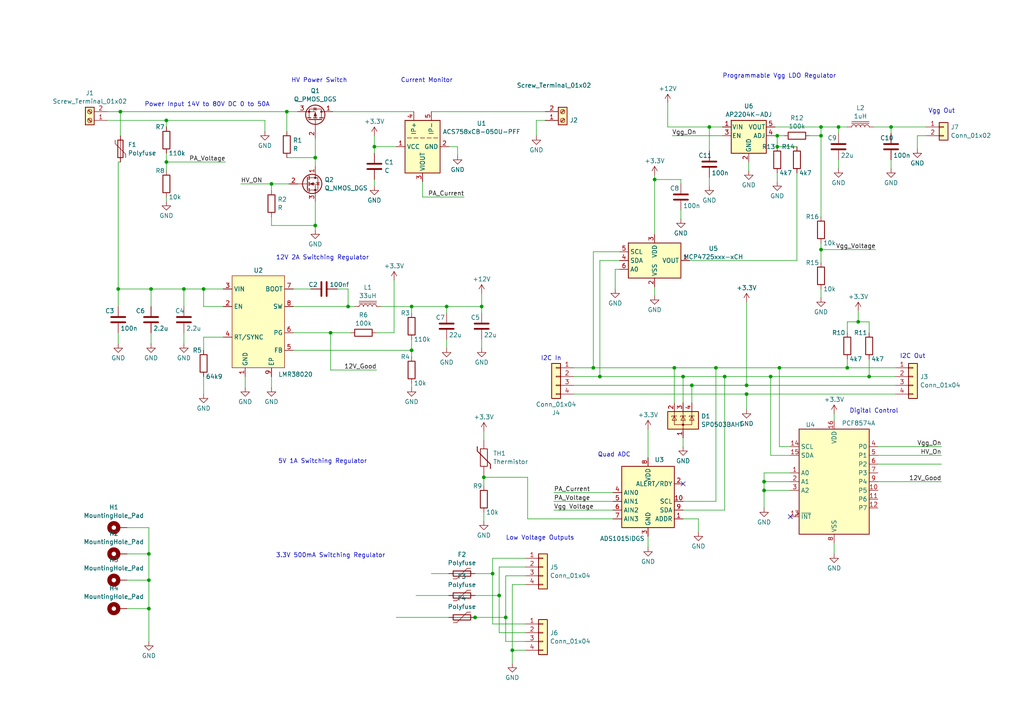
<source format=kicad_sch>
(kicad_sch (version 20231120) (generator "eeschema") (generator_version "8.0")
  (paper "A4")
  (lib_symbols
    (symbol "Analog_ADC:ADS1015IDGS"
      (property "Reference" "U" (at 2.54 13.97 0))
      (property "Value" "ADS1015IDGS" (at 7.62 11.43 0))
      (symbol "ADS1015IDGS_0_1"
        (rectangle (start -7.62 10.16) (end 7.62 -7.62) (stroke (width 0.254)) (fill (type background)))
      )
      (symbol "ADS1015IDGS_1_1"
        (pin input line (at 10.16 -5.08 180) (length 2.54) (name "ADDR") (number "1"))
        (pin input line (at 10.16 0 180) (length 2.54) (name "SCL") (number "10"))
        (pin output line (at 10.16 5.08 180) (length 2.54) (name "ALERT/RDY") (number "2"))
        (pin power_in line (at 0 -10.16 90) (length 2.54) (name "GND") (number "3"))
        (pin input line (at -10.16 2.54 0) (length 2.54) (name "AIN0") (number "4"))
        (pin input line (at -10.16 0 0) (length 2.54) (name "AIN1") (number "5"))
        (pin input line (at -10.16 -2.54 0) (length 2.54) (name "AIN2") (number "6"))
        (pin input line (at -10.16 -5.08 0) (length 2.54) (name "AIN3") (number "7"))
        (pin power_in line (at 0 12.7 270) (length 2.54) (name "VDD") (number "8"))
        (pin bidirectional line (at 10.16 -2.54 180) (length 2.54) (name "SDA") (number "9"))
      )
    )
    (symbol "Analog_DAC:MCP4725xxx-xCH"
      (property "Reference" "U" (at -6.35 6.35 0))
      (property "Value" "MCP4725xxx-xCH" (at 8.89 6.35 0))
      (symbol "MCP4725xxx-xCH_0_1"
        (rectangle (start -7.62 5.08) (end 7.62 -5.08) (stroke (width 0.254)) (fill (type background)))
      )
      (symbol "MCP4725xxx-xCH_1_1"
        (pin output line (at 10.16 0 180) (length 2.54) (name "VOUT") (number "1"))
        (pin power_in line (at 0 -7.62 90) (length 2.54) (name "VSS") (number "2"))
        (pin power_in line (at 0 7.62 270) (length 2.54) (name "VDD") (number "3"))
        (pin bidirectional line (at -10.16 0 0) (length 2.54) (name "SDA") (number "4"))
        (pin input line (at -10.16 2.54 0) (length 2.54) (name "SCL") (number "5"))
        (pin input line (at -10.16 -2.54 0) (length 2.54) (name "A0") (number "6"))
      )
    )
    (symbol "Connector:Screw_Terminal_01x02" (pin_names (offset 1.016) hide)
      (property "Reference" "J" (at 0 2.54 0))
      (property "Value" "Screw_Terminal_01x02" (at 0 -5.08 0))
      (symbol "Screw_Terminal_01x02_1_1"
        (rectangle (start -1.27 1.27) (end 1.27 -3.81) (stroke (width 0.254)) (fill (type background)))
        (circle (center 0 -2.54) (radius 0.635) (stroke (width 0.1524)))
        (polyline (pts (xy -0.5334 -2.2098) (xy 0.3302 -3.048)) (stroke (width 0.1524)))
        (polyline (pts (xy -0.5334 0.3302) (xy 0.3302 -0.508)) (stroke (width 0.1524)))
        (polyline (pts (xy -0.3556 -2.032) (xy 0.508 -2.8702)) (stroke (width 0.1524)))
        (polyline (pts (xy -0.3556 0.508) (xy 0.508 -0.3302)) (stroke (width 0.1524)))
        (circle (center 0 0) (radius 0.635) (stroke (width 0.1524)))
        (pin passive line (at -5.08 0 0) (length 3.81) (name "Pin_1") (number "1"))
        (pin passive line (at -5.08 -2.54 0) (length 3.81) (name "Pin_2") (number "2"))
      )
    )
    (symbol "Connector_Generic:Conn_01x02" (pin_names (offset 1.016) hide)
      (property "Reference" "J" (at 0 2.54 0))
      (property "Value" "Conn_01x02" (at 0 -5.08 0))
      (symbol "Conn_01x02_1_1"
        (rectangle (start -1.27 -2.413) (end 0 -2.667) (stroke (width 0.1524)))
        (rectangle (start -1.27 0.127) (end 0 -0.127) (stroke (width 0.1524)))
        (rectangle (start -1.27 1.27) (end 1.27 -3.81) (stroke (width 0.254)) (fill (type background)))
        (pin passive line (at -5.08 0 0) (length 3.81) (name "Pin_1") (number "1"))
        (pin passive line (at -5.08 -2.54 0) (length 3.81) (name "Pin_2") (number "2"))
      )
    )
    (symbol "Connector_Generic:Conn_01x04" (pin_names (offset 1.016) hide)
      (property "Reference" "J" (at 0 5.08 0))
      (property "Value" "Conn_01x04" (at 0 -7.62 0))
      (symbol "Conn_01x04_1_1"
        (rectangle (start -1.27 -4.953) (end 0 -5.207) (stroke (width 0.1524)))
        (rectangle (start -1.27 -2.413) (end 0 -2.667) (stroke (width 0.1524)))
        (rectangle (start -1.27 0.127) (end 0 -0.127) (stroke (width 0.1524)))
        (rectangle (start -1.27 2.667) (end 0 2.413) (stroke (width 0.1524)))
        (rectangle (start -1.27 3.81) (end 1.27 -6.35) (stroke (width 0.254)) (fill (type background)))
        (pin passive line (at -5.08 2.54 0) (length 3.81) (name "Pin_1") (number "1"))
        (pin passive line (at -5.08 0 0) (length 3.81) (name "Pin_2") (number "2"))
        (pin passive line (at -5.08 -2.54 0) (length 3.81) (name "Pin_3") (number "3"))
        (pin passive line (at -5.08 -5.08 0) (length 3.81) (name "Pin_4") (number "4"))
      )
    )
    (symbol "Device:C" (pin_numbers hide) (pin_names (offset 0.254))
      (property "Reference" "C" (at 0.635 2.54 0))
      (property "Value" "C" (at 0.635 -2.54 0))
      (symbol "C_0_1"
        (polyline (pts (xy -2.032 -0.762) (xy 2.032 -0.762)) (stroke (width 0.508)))
        (polyline (pts (xy -2.032 0.762) (xy 2.032 0.762)) (stroke (width 0.508)))
      )
      (symbol "C_1_1"
        (pin passive line (at 0 3.81 270) (length 2.794) (name "~") (number "1"))
        (pin passive line (at 0 -3.81 90) (length 2.794) (name "~") (number "2"))
      )
    )
    (symbol "Device:L_Iron" (pin_numbers hide) (pin_names (offset 1.016) hide)
      (property "Reference" "L" (at -1.27 0 90))
      (property "Value" "L_Iron" (at 2.794 0 90))
      (symbol "L_Iron_0_1"
        (arc (start 0 -2.54) (mid 0.6323 -1.905) (end 0 -1.27))
        (arc (start 0 -1.27) (mid 0.6323 -0.635) (end 0 0))
        (polyline (pts (xy 1.016 2.54) (xy 1.016 -2.54)))
        (polyline (pts (xy 1.524 -2.54) (xy 1.524 2.54)))
        (arc (start 0 0) (mid 0.6323 0.635) (end 0 1.27))
        (arc (start 0 1.27) (mid 0.6323 1.905) (end 0 2.54))
      )
      (symbol "L_Iron_1_1"
        (pin passive line (at 0 3.81 270) (length 1.27) (name "1") (number "1"))
        (pin passive line (at 0 -3.81 90) (length 1.27) (name "2") (number "2"))
      )
    )
    (symbol "Device:Polyfuse" (pin_numbers hide) (pin_names (offset 0))
      (property "Reference" "F" (at -2.54 0 90))
      (property "Value" "Polyfuse" (at 2.54 0 90))
      (symbol "Polyfuse_0_1"
        (rectangle (start -0.762 2.54) (end 0.762 -2.54) (stroke (width 0.254)))
        (polyline (pts (xy 0 2.54) (xy 0 -2.54)))
        (polyline (pts (xy -1.524 2.54) (xy -1.524 1.524) (xy 1.524 -1.524) (xy 1.524 -2.54)))
      )
      (symbol "Polyfuse_1_1"
        (pin passive line (at 0 3.81 270) (length 1.27) (name "~") (number "1"))
        (pin passive line (at 0 -3.81 90) (length 1.27) (name "~") (number "2"))
      )
    )
    (symbol "Device:Q_NMOS_DGS" (pin_names (offset 0) hide)
      (property "Reference" "Q" (at 5.08 1.27 0))
      (property "Value" "Q_NMOS_DGS" (at 5.08 -1.27 0))
      (symbol "Q_NMOS_DGS_0_1"
        (polyline (pts (xy 0.254 0) (xy -2.54 0)))
        (polyline (pts (xy 0.254 1.905) (xy 0.254 -1.905)) (stroke (width 0.254)))
        (polyline (pts (xy 0.762 -1.27) (xy 0.762 -2.286)) (stroke (width 0.254)))
        (polyline (pts (xy 0.762 0.508) (xy 0.762 -0.508)) (stroke (width 0.254)))
        (polyline (pts (xy 0.762 2.286) (xy 0.762 1.27)) (stroke (width 0.254)))
        (polyline (pts (xy 2.54 2.54) (xy 2.54 1.778)))
        (polyline (pts (xy 2.54 -2.54) (xy 2.54 0) (xy 0.762 0)))
        (polyline (pts (xy 0.762 -1.778) (xy 3.302 -1.778) (xy 3.302 1.778) (xy 0.762 1.778)))
        (polyline (pts (xy 1.016 0) (xy 2.032 0.381) (xy 2.032 -0.381) (xy 1.016 0)) (fill (type outline)))
        (polyline (pts (xy 2.794 0.508) (xy 2.921 0.381) (xy 3.683 0.381) (xy 3.81 0.254)))
        (polyline (pts (xy 3.302 0.381) (xy 2.921 -0.254) (xy 3.683 -0.254) (xy 3.302 0.381)))
        (circle (center 1.651 0) (radius 2.794) (stroke (width 0.254)))
        (circle (center 2.54 -1.778) (radius 0.254) (fill (type outline)))
        (circle (center 2.54 1.778) (radius 0.254) (fill (type outline)))
      )
      (symbol "Q_NMOS_DGS_1_1"
        (pin passive line (at 2.54 5.08 270) (length 2.54) (name "D") (number "1"))
        (pin input line (at -5.08 0 0) (length 2.54) (name "G") (number "2"))
        (pin passive line (at 2.54 -5.08 90) (length 2.54) (name "S") (number "3"))
      )
    )
    (symbol "Device:Q_PMOS_DGS" (pin_names (offset 0) hide)
      (property "Reference" "Q" (at 5.08 1.27 0))
      (property "Value" "Q_PMOS_DGS" (at 5.08 -1.27 0))
      (symbol "Q_PMOS_DGS_0_1"
        (polyline (pts (xy 0.254 0) (xy -2.54 0)))
        (polyline (pts (xy 0.254 1.905) (xy 0.254 -1.905)) (stroke (width 0.254)))
        (polyline (pts (xy 0.762 -1.27) (xy 0.762 -2.286)) (stroke (width 0.254)))
        (polyline (pts (xy 0.762 0.508) (xy 0.762 -0.508)) (stroke (width 0.254)))
        (polyline (pts (xy 0.762 2.286) (xy 0.762 1.27)) (stroke (width 0.254)))
        (polyline (pts (xy 2.54 2.54) (xy 2.54 1.778)))
        (polyline (pts (xy 2.54 -2.54) (xy 2.54 0) (xy 0.762 0)))
        (polyline (pts (xy 0.762 1.778) (xy 3.302 1.778) (xy 3.302 -1.778) (xy 0.762 -1.778)))
        (polyline (pts (xy 2.286 0) (xy 1.27 0.381) (xy 1.27 -0.381) (xy 2.286 0)) (fill (type outline)))
        (polyline (pts (xy 2.794 -0.508) (xy 2.921 -0.381) (xy 3.683 -0.381) (xy 3.81 -0.254)))
        (polyline (pts (xy 3.302 -0.381) (xy 2.921 0.254) (xy 3.683 0.254) (xy 3.302 -0.381)))
        (circle (center 1.651 0) (radius 2.794) (stroke (width 0.254)))
        (circle (center 2.54 -1.778) (radius 0.254) (fill (type outline)))
        (circle (center 2.54 1.778) (radius 0.254) (fill (type outline)))
      )
      (symbol "Q_PMOS_DGS_1_1"
        (pin passive line (at 2.54 5.08 270) (length 2.54) (name "D") (number "1"))
        (pin input line (at -5.08 0 0) (length 2.54) (name "G") (number "2"))
        (pin passive line (at 2.54 -5.08 90) (length 2.54) (name "S") (number "3"))
      )
    )
    (symbol "Device:R" (pin_numbers hide) (pin_names (offset 0))
      (property "Reference" "R" (at 2.032 0 90))
      (property "Value" "R" (at 0 0 90))
      (symbol "R_0_1"
        (rectangle (start -1.016 -2.54) (end 1.016 2.54) (stroke (width 0.254)))
      )
      (symbol "R_1_1"
        (pin passive line (at 0 3.81 270) (length 1.27) (name "~") (number "1"))
        (pin passive line (at 0 -3.81 90) (length 1.27) (name "~") (number "2"))
      )
    )
    (symbol "Device:Thermistor" (pin_numbers hide) (pin_names (offset 0))
      (property "Reference" "TH" (at 2.54 1.27 90))
      (property "Value" "Thermistor" (at -2.54 0 90))
      (symbol "Thermistor_0_1"
        (rectangle (start -1.016 2.54) (end 1.016 -2.54) (stroke (width 0.2032)))
        (polyline (pts (xy -1.905 3.175) (xy -1.905 1.905) (xy 1.905 -1.905) (xy 1.905 -3.175) (xy 1.905 -3.175)) (stroke (width 0.254)))
      )
      (symbol "Thermistor_1_1"
        (pin passive line (at 0 5.08 270) (length 2.54) (name "~") (number "1"))
        (pin passive line (at 0 -5.08 90) (length 2.54) (name "~") (number "2"))
      )
    )
    (symbol "Interface_Expansion:PCF8574A"
      (property "Reference" "U" (at -8.89 16.51 0))
      (property "Value" "PCF8574A" (at 2.54 16.51 0))
      (symbol "PCF8574A_0_1"
        (rectangle (start -10.16 15.24) (end 10.16 -15.24) (stroke (width 0.254)) (fill (type background)))
      )
      (symbol "PCF8574A_1_1"
        (pin input line (at -12.7 2.54 0) (length 2.54) (name "A0") (number "1"))
        (pin bidirectional line (at 12.7 -2.54 180) (length 2.54) (name "P5") (number "10"))
        (pin bidirectional line (at 12.7 -5.08 180) (length 2.54) (name "P6") (number "11"))
        (pin bidirectional line (at 12.7 -7.62 180) (length 2.54) (name "P7") (number "12"))
        (pin open_collector output_low (at -12.7 -10.16 0) (length 2.54) (name "~{INT}") (number "13"))
        (pin input line (at -12.7 10.16 0) (length 2.54) (name "SCL") (number "14"))
        (pin bidirectional line (at -12.7 7.62 0) (length 2.54) (name "SDA") (number "15"))
        (pin power_in line (at 0 17.78 270) (length 2.54) (name "VDD") (number "16"))
        (pin input line (at -12.7 0 0) (length 2.54) (name "A1") (number "2"))
        (pin input line (at -12.7 -2.54 0) (length 2.54) (name "A2") (number "3"))
        (pin bidirectional line (at 12.7 10.16 180) (length 2.54) (name "P0") (number "4"))
        (pin bidirectional line (at 12.7 7.62 180) (length 2.54) (name "P1") (number "5"))
        (pin bidirectional line (at 12.7 5.08 180) (length 2.54) (name "P2") (number "6"))
        (pin bidirectional line (at 12.7 2.54 180) (length 2.54) (name "P3") (number "7"))
        (pin power_in line (at 0 -17.78 90) (length 2.54) (name "VSS") (number "8"))
        (pin bidirectional line (at 12.7 0 180) (length 2.54) (name "P4") (number "9"))
      )
    )
    (symbol "Mechanical:MountingHole_Pad" (pin_numbers hide) (pin_names (offset 1.016) hide)
      (property "Reference" "H" (at 0 6.35 0))
      (property "Value" "MountingHole_Pad" (at 0 4.445 0))
      (symbol "MountingHole_Pad_0_1"
        (circle (center 0 1.27) (radius 1.27) (stroke (width 1.27)))
      )
      (symbol "MountingHole_Pad_1_1"
        (pin input line (at 0 -2.54 90) (length 2.54) (name "1") (number "1"))
      )
    )
    (symbol "PA_Control:LMR38020"
      (property "Reference" "U" (at -6.35 15.24 0))
      (symbol "LMR38020_1_1"
        (rectangle (start -7.62 13.97) (end 7.62 -12.7) (fill (type background)))
        (pin power_in line (at -3.81 -15.24 90) (length 2.54) (name "GND") (number "1"))
        (pin input line (at -10.16 5.08 0) (length 2.54) (name "EN") (number "2"))
        (pin power_in line (at -10.16 10.16 0) (length 2.54) (name "VIN") (number "3"))
        (pin input line (at -10.16 -3.81 0) (length 2.54) (name "RT/SYNC") (number "4"))
        (pin input line (at 10.16 -7.62 180) (length 2.54) (name "FB") (number "5"))
        (pin output line (at 10.16 -2.54 180) (length 2.54) (name "PG") (number "6"))
        (pin passive line (at 10.16 10.16 180) (length 2.54) (name "BOOT") (number "7"))
        (pin output line (at 10.16 5.08 180) (length 2.54) (name "SW") (number "8"))
        (pin power_in line (at 3.81 -15.24 90) (length 2.54) (name "EP") (number "9"))
      )
    )
    (symbol "Power_Protection:SP0503BAHT" (pin_names hide)
      (property "Reference" "D" (at 5.715 2.54 0))
      (property "Value" "SP0503BAHT" (at 5.715 0.635 0))
      (symbol "SP0503BAHT_0_0"
        (pin passive line (at 0 -5.08 90) (length 2.54) (name "A") (number "1"))
      )
      (symbol "SP0503BAHT_0_1"
        (rectangle (start -4.445 2.54) (end 4.445 -2.54) (stroke (width 0.254)) (fill (type background)))
        (circle (center 0 -1.27) (radius 0.254) (fill (type outline)))
        (polyline (pts (xy -2.54 2.54) (xy -2.54 1.27)))
        (polyline (pts (xy 0 -1.27) (xy 0 -2.54)))
        (polyline (pts (xy 0 -1.27) (xy 0 1.27)))
        (polyline (pts (xy 0 2.54) (xy 0 1.27)))
        (polyline (pts (xy 0.635 1.27) (xy 0.762 1.27)))
        (polyline (pts (xy 2.54 2.54) (xy 2.54 1.27)))
        (polyline (pts (xy 0.635 1.27) (xy -0.762 1.27) (xy -0.762 1.016)))
        (polyline (pts (xy -3.302 1.016) (xy -3.302 1.27) (xy -1.905 1.27) (xy -1.778 1.27)))
        (polyline (pts (xy -2.54 1.27) (xy -2.54 -1.27) (xy 2.54 -1.27) (xy 2.54 1.27)))
        (polyline (pts (xy -2.54 1.27) (xy -1.905 0) (xy -3.175 0) (xy -2.54 1.27)))
        (polyline (pts (xy 0.635 0) (xy -0.635 0) (xy 0 1.27) (xy 0.635 0)))
        (polyline (pts (xy 1.778 1.016) (xy 1.778 1.27) (xy 3.175 1.27) (xy 3.302 1.27)))
        (polyline (pts (xy 2.54 1.27) (xy 1.905 0) (xy 3.175 0) (xy 2.54 1.27)))
      )
      (symbol "SP0503BAHT_1_1"
        (pin passive line (at -2.54 5.08 270) (length 2.54) (name "K") (number "2"))
        (pin passive line (at 0 5.08 270) (length 2.54) (name "K") (number "3"))
        (pin passive line (at 2.54 5.08 270) (length 2.54) (name "K") (number "4"))
      )
    )
    (symbol "Regulator_Linear:AP2204K-ADJ" (pin_names (offset 0.254))
      (property "Reference" "U" (at -5.08 5.715 0))
      (property "Value" "AP2204K-ADJ" (at 0 5.715 0))
      (symbol "AP2204K-ADJ_0_1"
        (rectangle (start -5.08 4.445) (end 5.08 -5.08) (stroke (width 0.254)) (fill (type background)))
      )
      (symbol "AP2204K-ADJ_1_1"
        (pin power_in line (at -7.62 2.54 0) (length 2.54) (name "VIN") (number "1"))
        (pin power_in line (at 0 -7.62 90) (length 2.54) (name "GND") (number "2"))
        (pin input line (at -7.62 0 0) (length 2.54) (name "EN") (number "3"))
        (pin input line (at 7.62 0 180) (length 2.54) (name "ADJ") (number "4"))
        (pin power_out line (at 7.62 2.54 180) (length 2.54) (name "VOUT") (number "5"))
      )
    )
    (symbol "Sensor_Current:ACS758xCB-050U-PFF"
      (property "Reference" "U" (at -7.62 6.35 0))
      (property "Value" "ACS758xCB-050U-PFF" (at 2.54 6.35 0))
      (symbol "ACS758xCB-050U-PFF_0_1"
        (rectangle (start -7.62 5.08) (end 7.62 -5.08) (stroke (width 0.254)) (fill (type background)))
        (polyline (pts (xy -2.54 -3.175) (xy -2.54 -4.445)))
        (polyline (pts (xy -2.54 -1.27) (xy -2.54 -2.54)))
        (polyline (pts (xy -2.54 0.635) (xy -2.54 -0.635)))
        (polyline (pts (xy -2.54 1.27) (xy -2.54 2.54)))
        (polyline (pts (xy -2.54 3.175) (xy -2.54 4.445)))
      )
      (symbol "ACS758xCB-050U-PFF_1_1"
        (pin power_in line (at 0 7.62 270) (length 2.54) (name "VCC") (number "1"))
        (pin power_in line (at 0 -7.62 90) (length 2.54) (name "GND") (number "2"))
        (pin output line (at 10.16 0 180) (length 2.54) (name "VIOUT") (number "3"))
        (pin passive line (at -10.16 2.54 0) (length 2.54) (name "IP+") (number "4"))
        (pin passive line (at -10.16 -2.54 0) (length 2.54) (name "IP-") (number "5"))
      )
    )
    (symbol "power:+12V" (power) (pin_names (offset 0))
      (property "Value" "+12V" (at 0 3.556 0))
      (symbol "+12V_0_1"
        (polyline (pts (xy -0.762 1.27) (xy 0 2.54)))
        (polyline (pts (xy 0 0) (xy 0 2.54)))
        (polyline (pts (xy 0 2.54) (xy 0.762 1.27)))
      )
      (symbol "+12V_1_1"
        (pin power_in line (at 0 0 90) (length 0) hide (name "+12V") (number "1"))
      )
    )
    (symbol "power:+3.3V" (power) (pin_names (offset 0))
      (property "Value" "+3.3V" (at 0 3.556 0))
      (symbol "+3.3V_0_1"
        (polyline (pts (xy -0.762 1.27) (xy 0 2.54)))
        (polyline (pts (xy 0 0) (xy 0 2.54)))
        (polyline (pts (xy 0 2.54) (xy 0.762 1.27)))
      )
      (symbol "+3.3V_1_1"
        (pin power_in line (at 0 0 90) (length 0) hide (name "+3.3V") (number "1"))
      )
    )
    (symbol "power:GND" (power) (pin_names (offset 0))
      (property "Value" "GND" (at 0 -3.81 0))
      (symbol "GND_0_1"
        (polyline (pts (xy 0 0) (xy 0 -1.27) (xy 1.27 -1.27) (xy 0 -2.54) (xy -1.27 -1.27) (xy 0 -1.27)))
      )
      (symbol "GND_1_1"
        (pin power_in line (at 0 0 270) (length 0) hide (name "GND") (number "1"))
      )
    )
  )
  (junction (at 173.99 109.22))
  (junction (at 216.535 111.76))
  (junction (at 238.125 36.83))
  (junction (at 43.815 83.82))
  (junction (at 43.18 160.655))
  (junction (at 48.26 34.925))
  (junction (at 221.615 142.24))
  (junction (at 198.12 109.22))
  (junction (at 258.445 36.83))
  (junction (at 48.26 46.99))
  (junction (at 245.745 106.68))
  (junction (at 91.44 45.72))
  (junction (at 34.925 32.385))
  (junction (at 43.18 168.275))
  (junction (at 216.535 114.3))
  (junction (at 148.59 188.595))
  (junction (at 223.52 109.22))
  (junction (at 172.085 106.68))
  (junction (at 252.095 109.22))
  (junction (at 137.795 179.07))
  (junction (at 238.125 72.39))
  (junction (at 226.06 106.68))
  (junction (at 210.185 109.22))
  (junction (at 78.74 53.34))
  (junction (at 100.965 88.9))
  (junction (at 34.29 83.82))
  (junction (at 91.44 65.405))
  (junction (at 53.34 83.82))
  (junction (at 129.54 88.9))
  (junction (at 119.38 101.6))
  (junction (at 140.335 138.43))
  (junction (at 243.205 36.83))
  (junction (at 225.425 42.545))
  (junction (at 119.38 88.9))
  (junction (at 146.685 179.07))
  (junction (at 221.615 139.7))
  (junction (at 200.66 111.76))
  (junction (at 139.7 88.9))
  (junction (at 144.78 172.72))
  (junction (at 238.125 39.37))
  (junction (at 207.645 106.68))
  (junction (at 195.58 106.68))
  (junction (at 205.74 36.83))
  (junction (at 142.875 166.37))
  (junction (at 59.055 83.82))
  (junction (at 225.425 39.37))
  (junction (at 43.18 176.53))
  (junction (at 83.185 32.385))
  (junction (at 95.885 96.52))
  (junction (at 189.865 52.07))
  (junction (at 108.585 42.545))
  (junction (at 248.92 93.345))
  (no_connect (at 229.235 149.86))
  (no_connect (at 198.12 140.335))
  (wire (pts (xy 83.185 32.385) (xy 83.185 38.1)))
  (wire (pts (xy 108.585 39.37) (xy 108.585 42.545)))
  (wire (pts (xy 243.205 36.83) (xy 245.745 36.83)))
  (wire (pts (xy 36.83 153.035) (xy 43.18 153.035)))
  (wire (pts (xy 189.865 52.07) (xy 189.865 67.945)))
  (wire (pts (xy 195.58 106.68) (xy 207.645 106.68)))
  (wire (pts (xy 53.34 83.82) (xy 43.815 83.82)))
  (wire (pts (xy 207.645 145.415) (xy 207.645 106.68)))
  (wire (pts (xy 130.175 166.37) (xy 125.095 166.37)))
  (wire (pts (xy 76.835 34.925) (xy 76.835 38.1)))
  (wire (pts (xy 48.26 34.925) (xy 76.835 34.925)))
  (wire (pts (xy 108.585 42.545) (xy 108.585 44.45)))
  (wire (pts (xy 179.705 75.565) (xy 173.99 75.565)))
  (wire (pts (xy 130.175 42.545) (xy 132.715 42.545)))
  (wire (pts (xy 129.54 88.9) (xy 129.54 90.805)))
  (wire (pts (xy 108.585 52.07) (xy 108.585 53.975)))
  (wire (pts (xy 173.99 75.565) (xy 173.99 109.22)))
  (wire (pts (xy 139.7 98.425) (xy 139.7 100.965)))
  (wire (pts (xy 137.795 172.72) (xy 144.78 172.72)))
  (wire (pts (xy 166.37 109.22) (xy 173.99 109.22)))
  (wire (pts (xy 258.445 36.83) (xy 258.445 38.735)))
  (wire (pts (xy 148.59 188.595) (xy 148.59 192.405)))
  (wire (pts (xy 200.66 111.76) (xy 200.66 116.84)))
  (wire (pts (xy 140.335 125.095) (xy 140.335 127.635)))
  (wire (pts (xy 258.445 36.83) (xy 268.605 36.83)))
  (wire (pts (xy 83.185 45.72) (xy 91.44 45.72)))
  (wire (pts (xy 78.74 53.34) (xy 78.74 55.245)))
  (wire (pts (xy 248.92 93.345) (xy 252.095 93.345)))
  (wire (pts (xy 248.92 90.17) (xy 248.92 93.345)))
  (wire (pts (xy 209.55 36.83) (xy 205.74 36.83)))
  (wire (pts (xy 43.18 160.655) (xy 43.18 168.275)))
  (wire (pts (xy 172.085 106.68) (xy 195.58 106.68)))
  (wire (pts (xy 85.09 88.9) (xy 100.965 88.9)))
  (wire (pts (xy 140.335 148.59) (xy 140.335 151.13)))
  (wire (pts (xy 78.74 65.405) (xy 91.44 65.405)))
  (wire (pts (xy 266.065 39.37) (xy 266.065 43.18)))
  (wire (pts (xy 178.435 78.105) (xy 178.435 83.82)))
  (wire (pts (xy 198.12 150.495) (xy 202.565 150.495)))
  (wire (pts (xy 137.795 179.07) (xy 146.685 179.07)))
  (wire (pts (xy 216.535 111.76) (xy 259.715 111.76)))
  (wire (pts (xy 34.29 46.99) (xy 34.29 83.82)))
  (wire (pts (xy 59.055 83.82) (xy 59.055 88.9)))
  (wire (pts (xy 229.235 139.7) (xy 221.615 139.7)))
  (wire (pts (xy 197.485 52.07) (xy 189.865 52.07)))
  (wire (pts (xy 146.685 167.005) (xy 152.4 167.005)))
  (wire (pts (xy 193.675 29.845) (xy 193.675 36.83)))
  (wire (pts (xy 200.66 111.76) (xy 216.535 111.76)))
  (wire (pts (xy 69.85 53.34) (xy 78.74 53.34)))
  (wire (pts (xy 114.3 81.28) (xy 114.3 96.52)))
  (wire (pts (xy 231.14 50.165) (xy 231.14 75.565)))
  (wire (pts (xy 146.685 186.055) (xy 146.685 179.07)))
  (wire (pts (xy 226.06 129.54) (xy 226.06 106.68)))
  (wire (pts (xy 153.035 150.495) (xy 177.8 150.495)))
  (wire (pts (xy 100.965 88.9) (xy 102.87 88.9)))
  (wire (pts (xy 119.38 88.9) (xy 119.38 90.805)))
  (wire (pts (xy 225.425 39.37) (xy 225.425 42.545)))
  (wire (pts (xy 122.555 52.705) (xy 122.555 57.15)))
  (wire (pts (xy 216.535 87.63) (xy 216.535 111.76)))
  (wire (pts (xy 91.44 40.005) (xy 91.44 45.72)))
  (wire (pts (xy 252.095 109.22) (xy 259.715 109.22)))
  (wire (pts (xy 139.7 88.9) (xy 139.7 90.805)))
  (wire (pts (xy 225.425 42.545) (xy 231.14 42.545)))
  (wire (pts (xy 140.335 138.43) (xy 140.335 140.97)))
  (wire (pts (xy 43.18 176.53) (xy 43.18 186.055)))
  (wire (pts (xy 238.125 39.37) (xy 238.125 36.83)))
  (wire (pts (xy 166.37 106.68) (xy 172.085 106.68)))
  (wire (pts (xy 253.365 36.83) (xy 258.445 36.83)))
  (wire (pts (xy 238.125 72.39) (xy 238.125 76.2)))
  (wire (pts (xy 144.78 172.72) (xy 144.78 164.465)))
  (wire (pts (xy 245.745 93.345) (xy 245.745 96.52)))
  (wire (pts (xy 59.055 109.22) (xy 59.055 114.3)))
  (wire (pts (xy 224.79 36.83) (xy 238.125 36.83)))
  (wire (pts (xy 166.37 111.76) (xy 200.66 111.76)))
  (wire (pts (xy 217.17 46.99) (xy 217.17 49.53)))
  (wire (pts (xy 198.12 127) (xy 198.12 129.54)))
  (wire (pts (xy 234.95 39.37) (xy 238.125 39.37)))
  (wire (pts (xy 132.715 42.545) (xy 132.715 45.085)))
  (wire (pts (xy 152.4 183.515) (xy 144.78 183.515)))
  (wire (pts (xy 59.055 83.82) (xy 53.34 83.82)))
  (wire (pts (xy 241.935 157.48) (xy 241.935 160.655)))
  (wire (pts (xy 43.18 153.035) (xy 43.18 160.655)))
  (wire (pts (xy 31.115 34.925) (xy 48.26 34.925)))
  (wire (pts (xy 125.095 32.385) (xy 158.115 32.385)))
  (wire (pts (xy 95.885 107.315) (xy 95.885 96.52)))
  (wire (pts (xy 224.79 39.37) (xy 225.425 39.37)))
  (wire (pts (xy 53.34 96.52) (xy 53.34 99.695)))
  (wire (pts (xy 95.885 96.52) (xy 85.09 96.52)))
  (wire (pts (xy 59.055 97.79) (xy 59.055 101.6)))
  (wire (pts (xy 231.14 75.565) (xy 200.025 75.565)))
  (wire (pts (xy 34.29 96.52) (xy 34.29 99.695)))
  (wire (pts (xy 221.615 137.16) (xy 221.615 139.7)))
  (wire (pts (xy 229.235 129.54) (xy 226.06 129.54)))
  (wire (pts (xy 254.635 139.7) (xy 273.05 139.7)))
  (wire (pts (xy 243.205 36.83) (xy 243.205 38.735)))
  (wire (pts (xy 172.085 73.025) (xy 172.085 106.68)))
  (wire (pts (xy 189.865 83.185) (xy 189.865 85.725)))
  (wire (pts (xy 158.115 34.925) (xy 155.575 34.925)))
  (wire (pts (xy 85.09 101.6) (xy 119.38 101.6)))
  (wire (pts (xy 221.615 142.24) (xy 221.615 147.32)))
  (wire (pts (xy 198.12 109.22) (xy 198.12 116.84)))
  (wire (pts (xy 197.485 53.34) (xy 197.485 52.07)))
  (wire (pts (xy 139.7 85.09) (xy 139.7 88.9)))
  (wire (pts (xy 36.83 168.275) (xy 43.18 168.275)))
  (wire (pts (xy 34.925 32.385) (xy 83.185 32.385)))
  (wire (pts (xy 198.12 145.415) (xy 207.645 145.415)))
  (wire (pts (xy 166.37 114.3) (xy 216.535 114.3)))
  (wire (pts (xy 245.745 93.345) (xy 248.92 93.345)))
  (wire (pts (xy 85.09 83.82) (xy 90.17 83.82)))
  (wire (pts (xy 254.635 134.62) (xy 273.05 134.62)))
  (wire (pts (xy 152.4 186.055) (xy 146.685 186.055)))
  (wire (pts (xy 225.425 50.165) (xy 225.425 52.705)))
  (wire (pts (xy 160.655 142.875) (xy 177.8 142.875)))
  (wire (pts (xy 195.58 106.68) (xy 195.58 116.84)))
  (wire (pts (xy 110.49 88.9) (xy 119.38 88.9)))
  (wire (pts (xy 258.445 46.355) (xy 258.445 48.895)))
  (wire (pts (xy 205.74 43.815) (xy 205.74 36.83)))
  (wire (pts (xy 238.125 36.83) (xy 243.205 36.83)))
  (wire (pts (xy 223.52 109.22) (xy 252.095 109.22)))
  (wire (pts (xy 129.54 98.425) (xy 129.54 100.965)))
  (wire (pts (xy 238.125 72.39) (xy 254 72.39)))
  (wire (pts (xy 119.38 111.125) (xy 119.38 112.395)))
  (wire (pts (xy 31.115 32.385) (xy 34.925 32.385)))
  (wire (pts (xy 173.99 109.22) (xy 198.12 109.22)))
  (wire (pts (xy 83.185 32.385) (xy 86.36 32.385)))
  (wire (pts (xy 119.38 98.425) (xy 119.38 101.6)))
  (wire (pts (xy 216.535 114.3) (xy 259.715 114.3)))
  (wire (pts (xy 148.59 169.545) (xy 148.59 188.595)))
  (wire (pts (xy 78.74 109.22) (xy 78.74 112.395)))
  (wire (pts (xy 140.335 138.43) (xy 153.035 138.43)))
  (wire (pts (xy 101.6 96.52) (xy 95.885 96.52)))
  (wire (pts (xy 210.185 109.22) (xy 223.52 109.22)))
  (wire (pts (xy 187.96 155.575) (xy 187.96 158.75)))
  (wire (pts (xy 36.83 176.53) (xy 43.18 176.53)))
  (wire (pts (xy 225.425 39.37) (xy 227.33 39.37)))
  (wire (pts (xy 252.095 104.14) (xy 252.095 109.22)))
  (wire (pts (xy 189.865 50.8) (xy 189.865 52.07)))
  (wire (pts (xy 129.54 88.9) (xy 139.7 88.9)))
  (wire (pts (xy 34.29 83.82) (xy 34.29 88.9)))
  (wire (pts (xy 100.965 83.82) (xy 100.965 88.9)))
  (wire (pts (xy 91.44 45.72) (xy 91.44 48.26)))
  (wire (pts (xy 148.59 188.595) (xy 152.4 188.595)))
  (wire (pts (xy 198.12 147.955) (xy 210.185 147.955)))
  (wire (pts (xy 64.77 97.79) (xy 59.055 97.79)))
  (wire (pts (xy 130.175 179.07) (xy 114.935 179.07)))
  (wire (pts (xy 48.26 46.99) (xy 65.405 46.99)))
  (wire (pts (xy 108.585 42.545) (xy 114.935 42.545)))
  (wire (pts (xy 34.29 46.99) (xy 34.925 46.99)))
  (wire (pts (xy 144.78 164.465) (xy 152.4 164.465)))
  (wire (pts (xy 226.06 106.68) (xy 245.745 106.68)))
  (wire (pts (xy 205.74 51.435) (xy 205.74 53.975)))
  (wire (pts (xy 48.26 46.99) (xy 48.26 49.53)))
  (wire (pts (xy 229.235 132.08) (xy 223.52 132.08)))
  (wire (pts (xy 152.4 180.975) (xy 142.875 180.975)))
  (wire (pts (xy 142.875 166.37) (xy 142.875 161.925)))
  (wire (pts (xy 96.52 32.385) (xy 120.015 32.385)))
  (wire (pts (xy 254.635 132.08) (xy 273.05 132.08)))
  (wire (pts (xy 238.125 70.485) (xy 238.125 72.39)))
  (wire (pts (xy 254.635 129.54) (xy 273.05 129.54)))
  (wire (pts (xy 97.79 83.82) (xy 100.965 83.82)))
  (wire (pts (xy 210.185 147.955) (xy 210.185 109.22)))
  (wire (pts (xy 36.83 160.655) (xy 43.18 160.655)))
  (wire (pts (xy 198.12 109.22) (xy 210.185 109.22)))
  (wire (pts (xy 177.8 145.415) (xy 160.655 145.415)))
  (wire (pts (xy 197.485 60.96) (xy 197.485 63.5)))
  (wire (pts (xy 223.52 132.08) (xy 223.52 109.22)))
  (wire (pts (xy 43.815 83.82) (xy 43.815 88.9)))
  (wire (pts (xy 43.815 96.52) (xy 43.815 99.695)))
  (wire (pts (xy 179.705 78.105) (xy 178.435 78.105)))
  (wire (pts (xy 140.335 137.795) (xy 140.335 138.43)))
  (wire (pts (xy 238.125 83.82) (xy 238.125 86.36)))
  (wire (pts (xy 187.96 124.46) (xy 187.96 132.715)))
  (wire (pts (xy 91.44 65.405) (xy 91.44 66.675)))
  (wire (pts (xy 130.175 172.72) (xy 120.65 172.72)))
  (wire (pts (xy 179.705 73.025) (xy 172.085 73.025)))
  (wire (pts (xy 43.815 83.82) (xy 34.29 83.82)))
  (wire (pts (xy 119.38 103.505) (xy 119.38 101.6)))
  (wire (pts (xy 238.125 39.37) (xy 238.125 62.865)))
  (wire (pts (xy 194.945 39.37) (xy 209.55 39.37)))
  (wire (pts (xy 155.575 34.925) (xy 155.575 39.37)))
  (wire (pts (xy 229.235 142.24) (xy 221.615 142.24)))
  (wire (pts (xy 252.095 93.345) (xy 252.095 96.52)))
  (wire (pts (xy 243.205 46.355) (xy 243.205 48.895)))
  (wire (pts (xy 48.26 57.15) (xy 48.26 58.42)))
  (wire (pts (xy 59.055 88.9) (xy 64.77 88.9)))
  (wire (pts (xy 202.565 150.495) (xy 202.565 154.305)))
  (wire (pts (xy 144.78 183.515) (xy 144.78 172.72)))
  (wire (pts (xy 91.44 58.42) (xy 91.44 65.405)))
  (wire (pts (xy 137.795 166.37) (xy 142.875 166.37)))
  (wire (pts (xy 245.745 104.14) (xy 245.745 106.68)))
  (wire (pts (xy 221.615 139.7) (xy 221.615 142.24)))
  (wire (pts (xy 241.935 120.015) (xy 241.935 121.92)))
  (wire (pts (xy 71.12 109.22) (xy 71.12 112.395)))
  (wire (pts (xy 95.885 107.315) (xy 109.22 107.315)))
  (wire (pts (xy 153.035 138.43) (xy 153.035 150.495)))
  (wire (pts (xy 152.4 169.545) (xy 148.59 169.545)))
  (wire (pts (xy 142.875 161.925) (xy 152.4 161.925)))
  (wire (pts (xy 59.055 83.82) (xy 64.77 83.82)))
  (wire (pts (xy 78.74 53.34) (xy 83.82 53.34)))
  (wire (pts (xy 78.74 62.865) (xy 78.74 65.405)))
  (wire (pts (xy 146.685 179.07) (xy 146.685 167.005)))
  (wire (pts (xy 53.34 83.82) (xy 53.34 88.9)))
  (wire (pts (xy 207.645 106.68) (xy 226.06 106.68)))
  (wire (pts (xy 122.555 57.15) (xy 134.62 57.15)))
  (wire (pts (xy 43.18 168.275) (xy 43.18 176.53)))
  (wire (pts (xy 268.605 39.37) (xy 266.065 39.37)))
  (wire (pts (xy 142.875 180.975) (xy 142.875 166.37)))
  (wire (pts (xy 177.8 147.955) (xy 160.655 147.955)))
  (wire (pts (xy 229.235 137.16) (xy 221.615 137.16)))
  (wire (pts (xy 205.74 36.83) (xy 193.675 36.83)))
  (wire (pts (xy 137.16 179.07) (xy 137.795 179.07)))
  (wire (pts (xy 216.535 114.3) (xy 216.535 118.745)))
  (wire (pts (xy 109.22 96.52) (xy 114.3 96.52)))
  (wire (pts (xy 119.38 88.9) (xy 129.54 88.9)))
  (wire (pts (xy 48.26 44.45) (xy 48.26 46.99)))
  (wire (pts (xy 48.26 34.925) (xy 48.26 36.83)))
  (wire (pts (xy 34.925 32.385) (xy 34.925 39.37)))
  (wire (pts (xy 245.745 106.68) (xy 259.715 106.68)))
  (text "Vgg Out" (at 269.24 33.02 0) (effects (font (size 1.27 1.27)) (justify left bottom)))
  (text "Current Monitor" (at 116.205 24.13 0) (effects (font (size 1.27 1.27)) (justify left bottom)))
  (text "Quad ADC" (at 173.355 132.715 0) (effects (font (size 1.27 1.27)) (justify left bottom)))
  (text "Digital Control" (at 246.38 120.015 0) (effects (font (size 1.27 1.27)) (justify left bottom)))
  (text "I2C Out" (at 260.985 104.14 0) (effects (font (size 1.27 1.27)) (justify left bottom)))
  (text "Low Voltage Outputs" (at 146.685 156.845 0) (effects (font (size 1.27 1.27)) (justify left bottom)))
  (text "I2C In" (at 156.845 104.775 0) (effects (font (size 1.27 1.27)) (justify left bottom)))
  (text "HV Power Switch" (at 84.455 24.13 0) (effects (font (size 1.27 1.27)) (justify left bottom)))
  (text "12V 2A Switching Regulator\n" (at 80.01 75.565 0) (effects (font (size 1.27 1.27)) (justify left bottom)))
  (text "5V 1A Switching Regulator " (at 80.645 134.62 0) (effects (font (size 1.27 1.27)) (justify left bottom)))
  (text "3.3V 500mA Switching Regulator" (at 80.01 161.925 0) (effects (font (size 1.27 1.27)) (justify left bottom)))
  (text "Power Input 14V to 80V DC 0 to 50A" (at 41.91 31.115 0) (effects (font (size 1.27 1.27)) (justify left bottom)))
  (text "Programmable Vgg LDO Regulator" (at 209.55 22.86 0) (effects (font (size 1.27 1.27)) (justify left bottom)))
  (label "HV_ON" (at 69.85 53.34 0))
  (label "PA_Voltage" (at 160.655 145.415 0))
  (label "PA_Current" (at 134.62 57.15 180))
  (label "PA_Current" (at 160.655 142.875 0))
  (label "12V_Good" (at 109.22 107.315 180))
  (label "Vgg_On" (at 273.05 129.54 180))
  (label "Vgg_Voltage" (at 254 72.39 180))
  (label "Vgg Voltage" (at 160.655 147.955 0))
  (label "HV_On" (at 273.05 132.08 180))
  (label "PA_Voltage" (at 65.405 46.99 180))
  (label "12V_Good" (at 273.05 139.7 180))
  (label "Vgg_On" (at 194.945 39.37 0))
  (symbol (lib_id "Device:R") (at 231.14 39.37 90) (unit 1)
    (property "Reference" "R12" (at 231.14 34.2097 90))
    (property "Value" "100k" (at 231.14 36.6339 90))
  )
  (symbol (lib_id "Device:Polyfuse") (at 133.985 166.37 90) (unit 1)
    (property "Reference" "F2" (at 133.985 160.8287 90))
    (property "Value" "Polyfuse" (at 133.985 163.2529 90))
  )
  (symbol (lib_id "Analog_ADC:ADS1015IDGS") (at 187.96 145.415 0) (unit 1)
    (property "Reference" "U3" (at 189.865 133.35 0) (effects (justify left)))
    (property "Value" "ADS1015IDGS" (at 173.99 156.21 0) (effects (justify left)))
    (property "Footprint" "Package_SO:TSSOP-10_3x3mm_P0.5mm" (effects (hide yes)))
    (property "Datasheet" "http://www.ti.com/lit/ds/symlink/ads1015.pdf" (effects (hide yes)))
  )
  (symbol (lib_id "Device:Polyfuse") (at 133.985 172.72 90) (unit 1)
    (property "Reference" "F3" (at 133.985 167.1787 90))
    (property "Value" "Polyfuse" (at 133.985 169.6029 90))
  )
  (symbol (lib_id "power:GND") (at 187.96 158.75 0) (unit 1)
    (property "Reference" "#PWR024" (effects (hide yes)))
    (property "Value" "GND" (at 187.96 162.8831 0))
  )
  (symbol (lib_id "Device:C") (at 258.445 42.545 0) (unit 1)
    (property "Reference" "C10" (at 255.27 40.005 0) (effects (justify left)))
    (property "Value" "100n" (at 259.08 45.085 0) (effects (justify left)))
  )
  (symbol (lib_id "Device:L_Iron") (at 106.68 88.9 90) (unit 1)
    (property "Reference" "L1" (at 106.68 83.3587 90))
    (property "Value" "33uH" (at 106.68 85.7829 90))
  )
  (symbol (lib_id "Device:R") (at 48.26 40.64 0) (unit 1)
    (property "Reference" "R7" (at 45.085 36.83 0) (effects (justify left)))
    (property "Value" "110k" (at 48.895 44.45 0) (effects (justify left)))
  )
  (symbol (lib_id "Mechanical:MountingHole_Pad") (at 34.29 176.53 90) (unit 1)
    (property "Reference" "H4" (at 33.02 170.6077 90))
    (property "Value" "MountingHole_Pad" (at 33.02 173.0319 90))
  )
  (symbol (lib_id "Mechanical:MountingHole_Pad") (at 34.29 160.655 90) (unit 1)
    (property "Reference" "H2" (at 33.02 154.7327 90))
    (property "Value" "MountingHole_Pad" (at 33.02 157.1569 90))
  )
  (symbol (lib_id "Device:C") (at 34.29 92.71 0) (unit 1)
    (property "Reference" "C3" (at 30.48 90.17 0) (effects (justify left)))
    (property "Value" "100n" (at 34.925 95.25 0) (effects (justify left)))
  )
  (symbol (lib_id "Device:R") (at 83.185 41.91 0) (unit 1)
    (property "Reference" "R1" (at 84.963 40.6979 0) (effects (justify left)))
    (property "Value" "R" (at 84.963 43.1221 0) (effects (justify left)))
  )
  (symbol (lib_id "power:GND") (at 129.54 100.965 0) (unit 1)
    (property "Reference" "#PWR016" (effects (hide yes)))
    (property "Value" "GND" (at 129.54 105.0981 0))
  )
  (symbol (lib_id "Device:R") (at 231.14 46.355 0) (unit 1)
    (property "Reference" "R14" (at 226.695 42.545 0) (effects (justify left)))
    (property "Value" "4k7" (at 231.775 50.165 0) (effects (justify left)))
  )
  (symbol (lib_id "Connector_Generic:Conn_01x02") (at 273.685 36.83 0) (unit 1)
    (property "Reference" "J7" (at 275.717 36.8879 0) (effects (justify left)))
    (property "Value" "Conn_01x02" (at 275.717 39.3121 0) (effects (justify left)))
  )
  (symbol (lib_id "Device:R") (at 238.125 80.01 0) (unit 1)
    (property "Reference" "R15" (at 233.68 76.2 0) (effects (justify left)))
    (property "Value" "10k" (at 238.76 83.82 0) (effects (justify left)))
  )
  (symbol (lib_id "power:GND") (at 140.335 151.13 0) (unit 1)
    (property "Reference" "#PWR020" (effects (hide yes)))
    (property "Value" "GND" (at 140.335 155.2631 0))
  )
  (symbol (lib_id "power:+3.3V") (at 216.535 87.63 0) (unit 1)
    (property "Reference" "#PWR041" (effects (hide yes)))
    (property "Value" "+3.3V" (at 216.535 83.4969 0))
  )
  (symbol (lib_id "power:+12V") (at 193.675 29.845 0) (unit 1)
    (property "Reference" "#PWR040" (effects (hide yes)))
    (property "Value" "+12V" (at 193.675 25.7119 0))
  )
  (symbol (lib_id "power:GND") (at 243.205 48.895 0) (unit 1)
    (property "Reference" "#PWR034" (effects (hide yes)))
    (property "Value" "GND" (at 243.205 53.0281 0))
  )
  (symbol (lib_id "Device:Polyfuse") (at 34.925 43.18 0) (unit 1)
    (property "Reference" "F1" (at 37.084 41.9679 0) (effects (justify left)))
    (property "Value" "Polyfuse" (at 37.084 44.3921 0) (effects (justify left)))
  )
  (symbol (lib_id "power:+3.3V") (at 189.865 50.8 0) (unit 1)
    (property "Reference" "#PWR029" (effects (hide yes)))
    (property "Value" "+3.3V" (at 189.865 46.6669 0))
  )
  (symbol (lib_id "Device:Thermistor") (at 140.335 132.715 0) (unit 1)
    (property "Reference" "TH1" (at 143.002 131.5029 0) (effects (justify left)))
    (property "Value" "Thermistor" (at 143.002 133.9271 0) (effects (justify left)))
  )
  (symbol (lib_id "Mechanical:MountingHole_Pad") (at 34.29 153.035 90) (unit 1)
    (property "Reference" "H1" (at 33.02 147.1127 90))
    (property "Value" "MountingHole_Pad" (at 33.02 149.5369 90))
  )
  (symbol (lib_id "Device:L_Iron") (at 249.555 36.83 90) (unit 1)
    (property "Reference" "L2" (at 249.555 31.2887 90))
    (property "Value" "1uH" (at 249.555 33.7129 90))
  )
  (symbol (lib_id "power:GND") (at 155.575 39.37 0) (unit 1)
    (property "Reference" "#PWR02" (effects (hide yes)))
    (property "Value" "GND" (at 155.575 43.5031 0))
  )
  (symbol (lib_id "power:GND") (at 225.425 52.705 0) (unit 1)
    (property "Reference" "#PWR038" (effects (hide yes)))
    (property "Value" "GND" (at 225.425 56.8381 0))
  )
  (symbol (lib_id "Device:R") (at 119.38 94.615 0) (unit 1)
    (property "Reference" "R3" (at 116.205 90.805 0) (effects (justify left)))
    (property "Value" "110k" (at 120.015 98.425 0) (effects (justify left)))
  )
  (symbol (lib_id "power:GND") (at 205.74 53.975 0) (unit 1)
    (property "Reference" "#PWR039" (effects (hide yes)))
    (property "Value" "GND" (at 205.74 58.1081 0))
  )
  (symbol (lib_id "Device:C") (at 53.34 92.71 0) (unit 1)
    (property "Reference" "C4" (at 50.8 90.17 0) (effects (justify left)))
    (property "Value" "2.2u" (at 53.975 95.25 0) (effects (justify left)))
  )
  (symbol (lib_id "Device:C") (at 93.98 83.82 90) (unit 1)
    (property "Reference" "C2" (at 90.805 82.55 90))
    (property "Value" "100nf" (at 98.425 82.55 90))
  )
  (symbol (lib_id "Analog_DAC:MCP4725xxx-xCH") (at 189.865 75.565 0) (unit 1)
    (property "Reference" "U5" (at 206.9155 72.0908 0))
    (property "Value" "MCP4725xxx-xCH" (at 206.9155 74.515 0))
    (property "Footprint" "Package_TO_SOT_SMD:SOT-23-6" (effects (hide yes)))
    (property "Datasheet" "http://ww1.microchip.com/downloads/en/DeviceDoc/22039d.pdf" (effects (hide yes)))
  )
  (symbol (lib_id "power:GND") (at 34.29 99.695 0) (unit 1)
    (property "Reference" "#PWR011" (effects (hide yes)))
    (property "Value" "GND" (at 34.29 103.8281 0))
  )
  (symbol (lib_id "power:GND") (at 189.865 85.725 0) (unit 1)
    (property "Reference" "#PWR022" (effects (hide yes)))
    (property "Value" "GND" (at 189.865 89.8581 0))
  )
  (symbol (lib_id "power:+12V") (at 139.7 85.09 0) (unit 1)
    (property "Reference" "#PWR013" (effects (hide yes)))
    (property "Value" "+12V" (at 139.7 80.9569 0))
  )
  (symbol (lib_id "Interface_Expansion:PCF8574A") (at 241.935 139.7 0) (unit 1)
    (property "Reference" "U4" (at 233.68 123.19 0) (effects (justify left)))
    (property "Value" "PCF8574A" (at 244.1291 122.7399 0) (effects (justify left)))
    (property "Datasheet" "http://www.nxp.com/docs/en/data-sheet/PCF8574_PCF8574A.pdf" (effects (hide yes)))
  )
  (symbol (lib_id "power:GND") (at 91.44 66.675 0) (unit 1)
    (property "Reference" "#PWR04" (effects (hide yes)))
    (property "Value" "GND" (at 91.44 70.8081 0))
  )
  (symbol (lib_id "Device:C") (at 129.54 94.615 0) (unit 1)
    (property "Reference" "C7" (at 126.365 92.075 0) (effects (justify left)))
    (property "Value" "22u" (at 130.175 97.155 0) (effects (justify left)))
  )
  (symbol (lib_id "power:GND") (at 59.055 114.3 0) (unit 1)
    (property "Reference" "#PWR012" (effects (hide yes)))
    (property "Value" "GND" (at 59.055 118.4331 0))
  )
  (symbol (lib_id "power:+3.3V") (at 248.92 90.17 0) (unit 1)
    (property "Reference" "#PWR033" (effects (hide yes)))
    (property "Value" "+3.3V" (at 248.92 86.0369 0))
  )
  (symbol (lib_id "power:GND") (at 43.18 186.055 0) (unit 1)
    (property "Reference" "#PWR018" (effects (hide yes)))
    (property "Value" "GND" (at 43.18 190.1881 0))
  )
  (symbol (lib_id "Connector:Screw_Terminal_01x02") (at 163.195 34.925 0) (mirror x) (unit 1)
    (property "Reference" "J2" (at 165.227 34.8671 0) (effects (justify left)))
    (property "Value" "Screw_Terminal_01x02" (at 149.86 24.765 0) (effects (justify left)))
  )
  (symbol (lib_id "power:+3.3V") (at 241.935 120.015 0) (unit 1)
    (property "Reference" "#PWR027" (effects (hide yes)))
    (property "Value" "+3.3V" (at 241.935 115.8819 0))
  )
  (symbol (lib_id "power:+3.3V") (at 140.335 125.095 0) (unit 1)
    (property "Reference" "#PWR021" (effects (hide yes)))
    (property "Value" "+3.3V" (at 140.335 120.9619 0))
  )
  (symbol (lib_id "Connector_Generic:Conn_01x04") (at 157.48 183.515 0) (unit 1)
    (property "Reference" "J6" (at 159.512 183.5729 0) (effects (justify left)))
    (property "Value" "Conn_01x04" (at 159.512 185.9971 0) (effects (justify left)))
  )
  (symbol (lib_id "Device:Q_PMOS_DGS") (at 91.44 34.925 270) (mirror x) (unit 1)
    (property "Reference" "Q1" (at 91.44 26.3357 90))
    (property "Value" "Q_PMOS_DGS" (at 91.44 28.7599 90))
  )
  (symbol (lib_id "power:GND") (at 108.585 53.975 0) (unit 1)
    (property "Reference" "#PWR06" (effects (hide yes)))
    (property "Value" "GND" (at 108.585 58.1081 0))
  )
  (symbol (lib_id "power:GND") (at 198.12 129.54 0) (unit 1)
    (property "Reference" "#PWR042" (effects (hide yes)))
    (property "Value" "GND" (at 198.12 133.6731 0))
  )
  (symbol (lib_id "PA_Control:LMR38020") (at 74.93 93.98 0) (unit 1)
    (property "Reference" "U2" (at 74.93 78.4169 0))
    (property "Value" "LMR38020" (at 85.725 108.585 0))
  )
  (symbol (lib_id "Sensor_Current:ACS758xCB-050U-PFF") (at 122.555 42.545 90) (mirror x) (unit 1)
    (property "Reference" "U1" (at 139.666 35.7906 90))
    (property "Value" "ACS758xCB-050U-PFF" (at 139.666 38.2148 90))
    (property "Footprint" "Sensor_Current:Allegro_CB_PFF" (effects (hide yes)))
    (property "Datasheet" "http://www.allegromicro.com/~/media/Files/Datasheets/ACS758-Datasheet.ashx?la=en" (effects (hide yes)))
  )
  (symbol (lib_id "power:GND") (at 197.485 63.5 0) (unit 1)
    (property "Reference" "#PWR030" (effects (hide yes)))
    (property "Value" "GND" (at 197.485 67.6331 0))
  )
  (symbol (lib_id "Mechanical:MountingHole_Pad") (at 34.29 168.275 90) (unit 1)
    (property "Reference" "H3" (at 33.02 162.3527 90))
    (property "Value" "MountingHole_Pad" (at 33.02 164.7769 90))
  )
  (symbol (lib_id "power:GND") (at 258.445 48.895 0) (unit 1)
    (property "Reference" "#PWR035" (effects (hide yes)))
    (property "Value" "GND" (at 258.445 53.0281 0))
  )
  (symbol (lib_id "power:GND") (at 238.125 86.36 0) (unit 1)
    (property "Reference" "#PWR043" (effects (hide yes)))
    (property "Value" "GND" (at 238.125 90.4931 0))
  )
  (symbol (lib_id "power:+3.3V") (at 114.3 81.28 0) (unit 1)
    (property "Reference" "#PWR044" (effects (hide yes)))
    (property "Value" "+3.3V" (at 114.3 77.1469 0))
  )
  (symbol (lib_id "Power_Protection:SP0503BAHT") (at 198.12 121.92 0) (unit 1)
    (property "Reference" "D1" (at 203.327 120.7079 0) (effects (justify left)))
    (property "Value" "SP0503BAHT" (at 203.327 123.1321 0) (effects (justify left)))
    (property "Footprint" "Package_TO_SOT_SMD:SOT-143" (effects (hide yes)))
    (property "Datasheet" "http://www.littelfuse.com/~/media/files/littelfuse/technical%20resources/documents/data%20sheets/sp05xxba.pdf" (effects (hide yes)))
  )
  (symbol (lib_id "Connector:Screw_Terminal_01x02") (at 26.035 34.925 180) (unit 1)
    (property "Reference" "J1" (at 26.035 26.9707 0))
    (property "Value" "Screw_Terminal_01x02" (at 26.035 29.3949 0))
  )
  (symbol (lib_id "power:GND") (at 43.815 99.695 0) (unit 1)
    (property "Reference" "#PWR015" (effects (hide yes)))
    (property "Value" "GND" (at 43.815 103.8281 0))
  )
  (symbol (lib_id "power:GND") (at 76.835 38.1 0) (unit 1)
    (property "Reference" "#PWR01" (effects (hide yes)))
    (property "Value" "GND" (at 76.835 42.2331 0))
  )
  (symbol (lib_id "Device:R") (at 119.38 107.315 0) (unit 1)
    (property "Reference" "R4" (at 116.205 103.505 0) (effects (justify left)))
    (property "Value" "10k" (at 120.015 111.125 0) (effects (justify left)))
  )
  (symbol (lib_id "power:GND") (at 78.74 112.395 0) (unit 1)
    (property "Reference" "#PWR08" (effects (hide yes)))
    (property "Value" "GND" (at 78.74 116.5281 0))
  )
  (symbol (lib_id "Device:C") (at 43.815 92.71 0) (unit 1)
    (property "Reference" "C6" (at 39.37 90.17 0) (effects (justify left)))
    (property "Value" "2.2u" (at 44.45 95.25 0) (effects (justify left)))
  )
  (symbol (lib_id "power:GND") (at 217.17 49.53 0) (unit 1)
    (property "Reference" "#PWR037" (effects (hide yes)))
    (property "Value" "GND" (at 217.17 53.6631 0))
  )
  (symbol (lib_id "power:GND") (at 216.535 118.745 0) (unit 1)
    (property "Reference" "#PWR023" (effects (hide yes)))
    (property "Value" "GND" (at 216.535 122.8781 0))
  )
  (symbol (lib_id "power:+3.3V") (at 108.585 39.37 0) (unit 1)
    (property "Reference" "#PWR05" (effects (hide yes)))
    (property "Value" "+3.3V" (at 108.585 35.2369 0))
  )
  (symbol (lib_id "power:GND") (at 48.26 58.42 0) (unit 1)
    (property "Reference" "#PWR017" (effects (hide yes)))
    (property "Value" "GND" (at 48.26 62.5531 0))
  )
  (symbol (lib_id "Connector_Generic:Conn_01x04") (at 157.48 164.465 0) (unit 1)
    (property "Reference" "J5" (at 159.512 164.5229 0) (effects (justify left)))
    (property "Value" "Conn_01x04" (at 159.512 166.9471 0) (effects (justify left)))
  )
  (symbol (lib_id "Device:C") (at 108.585 48.26 0) (unit 1)
    (property "Reference" "C1" (at 111.506 47.0479 0) (effects (justify left)))
    (property "Value" "C" (at 111.506 49.4721 0) (effects (justify left)))
  )
  (symbol (lib_id "Device:R") (at 78.74 59.055 0) (unit 1)
    (property "Reference" "R2" (at 80.518 57.8429 0) (effects (justify left)))
    (property "Value" "R" (at 80.518 60.2671 0) (effects (justify left)))
  )
  (symbol (lib_id "Device:R") (at 245.745 100.33 0) (unit 1)
    (property "Reference" "R10" (at 241.3 96.52 0) (effects (justify left)))
    (property "Value" "4k7" (at 246.38 104.14 0) (effects (justify left)))
  )
  (symbol (lib_id "Device:Q_NMOS_DGS") (at 88.9 53.34 0) (unit 1)
    (property "Reference" "Q2" (at 94.107 52.1279 0) (effects (justify left)))
    (property "Value" "Q_NMOS_DGS" (at 94.107 54.5521 0) (effects (justify left)))
  )
  (symbol (lib_id "Connector_Generic:Conn_01x04") (at 161.29 109.22 0) (mirror y) (unit 1)
    (property "Reference" "J4" (at 161.29 119.7143 0))
    (property "Value" "Conn_01x04" (at 161.29 117.2901 0))
  )
  (symbol (lib_id "Device:R") (at 105.41 96.52 90) (unit 1)
    (property "Reference" "R6" (at 105.41 91.3597 90))
    (property "Value" "100k" (at 105.41 93.7839 90))
  )
  (symbol (lib_id "power:GND") (at 132.715 45.085 0) (unit 1)
    (property "Reference" "#PWR03" (effects (hide yes)))
    (property "Value" "GND" (at 132.715 49.2181 0))
  )
  (symbol (lib_id "Connector_Generic:Conn_01x04") (at 264.795 109.22 0) (unit 1)
    (property "Reference" "J3" (at 266.827 109.2779 0) (effects (justify left)))
    (property "Value" "Conn_01x04" (at 266.827 111.7021 0) (effects (justify left)))
  )
  (symbol (lib_id "power:GND") (at 202.565 154.305 0) (unit 1)
    (property "Reference" "#PWR031" (effects (hide yes)))
    (property "Value" "GND" (at 202.565 158.4381 0))
  )
  (symbol (lib_id "power:GND") (at 221.615 147.32 0) (unit 1)
    (property "Reference" "#PWR032" (effects (hide yes)))
    (property "Value" "GND" (at 221.615 151.4531 0))
  )
  (symbol (lib_id "Device:R") (at 225.425 46.355 0) (unit 1)
    (property "Reference" "R13" (at 220.98 42.545 0) (effects (justify left)))
    (property "Value" "4k7" (at 226.06 50.165 0) (effects (justify left)))
  )
  (symbol (lib_id "power:GND") (at 148.59 192.405 0) (unit 1)
    (property "Reference" "#PWR019" (effects (hide yes)))
    (property "Value" "GND" (at 148.59 196.5381 0))
  )
  (symbol (lib_id "power:GND") (at 266.065 43.18 0) (unit 1)
    (property "Reference" "#PWR036" (effects (hide yes)))
    (property "Value" "GND" (at 266.065 47.3131 0))
  )
  (symbol (lib_id "power:+3.3V") (at 187.96 124.46 0) (unit 1)
    (property "Reference" "#PWR026" (effects (hide yes)))
    (property "Value" "+3.3V" (at 187.96 120.3269 0))
  )
  (symbol (lib_id "power:GND") (at 139.7 100.965 0) (unit 1)
    (property "Reference" "#PWR014" (effects (hide yes)))
    (property "Value" "GND" (at 139.7 105.0981 0))
  )
  (symbol (lib_id "power:GND") (at 119.38 112.395 0) (unit 1)
    (property "Reference" "#PWR09" (effects (hide yes)))
    (property "Value" "GND" (at 119.38 116.5281 0))
  )
  (symbol (lib_id "Device:R") (at 140.335 144.78 0) (unit 1)
    (property "Reference" "R9" (at 137.16 140.97 0) (effects (justify left)))
    (property "Value" "10k" (at 140.97 148.59 0) (effects (justify left)))
  )
  (symbol (lib_id "Device:R") (at 48.26 53.34 0) (unit 1)
    (property "Reference" "R8" (at 45.085 49.53 0) (effects (justify left)))
    (property "Value" "10k" (at 48.895 57.15 0) (effects (justify left)))
  )
  (symbol (lib_id "Device:C") (at 197.485 57.15 0) (unit 1)
    (property "Reference" "C8" (at 194.31 54.61 0) (effects (justify left)))
    (property "Value" "100n" (at 198.12 59.69 0) (effects (justify left)))
  )
  (symbol (lib_id "power:GND") (at 71.12 112.395 0) (unit 1)
    (property "Reference" "#PWR07" (effects (hide yes)))
    (property "Value" "GND" (at 71.12 116.5281 0))
  )
  (symbol (lib_id "Device:R") (at 238.125 66.675 0) (unit 1)
    (property "Reference" "R16" (at 233.68 62.865 0) (effects (justify left)))
    (property "Value" "10k" (at 238.76 70.485 0) (effects (justify left)))
  )
  (symbol (lib_id "Regulator_Linear:AP2204K-ADJ") (at 217.17 39.37 0) (unit 1)
    (property "Reference" "U6" (at 217.17 30.7807 0))
    (property "Value" "AP2204K-ADJ" (at 217.17 33.2049 0))
    (property "Footprint" "Package_TO_SOT_SMD:SOT-23-5" (effects (hide yes)))
    (property "Datasheet" "https://www.diodes.com/assets/Datasheets/AP2204.pdf" (effects (hide yes)))
  )
  (symbol (lib_id "Device:C") (at 139.7 94.615 0) (unit 1)
    (property "Reference" "C5" (at 136.525 92.075 0) (effects (justify left)))
    (property "Value" "22u" (at 140.335 97.155 0) (effects (justify left)))
  )
  (symbol (lib_id "Device:C") (at 205.74 47.625 0) (unit 1)
    (property "Reference" "C11" (at 202.565 45.085 0) (effects (justify left)))
    (property "Value" "100n" (at 206.375 50.165 0) (effects (justify left)))
  )
  (symbol (lib_id "Device:R") (at 59.055 105.41 0) (unit 1)
    (property "Reference" "R5" (at 55.88 101.6 0) (effects (justify left)))
    (property "Value" "64k9" (at 59.69 109.22 0) (effects (justify left)))
  )
  (symbol (lib_id "Device:C") (at 243.205 42.545 0) (unit 1)
    (property "Reference" "C9" (at 240.03 40.005 0) (effects (justify left)))
    (property "Value" "22u" (at 243.84 45.085 0) (effects (justify left)))
  )
  (symbol (lib_id "power:GND") (at 178.435 83.82 0) (unit 1)
    (property "Reference" "#PWR028" (effects (hide yes)))
    (property "Value" "GND" (at 178.435 87.9531 0))
  )
  (symbol (lib_id "Device:Polyfuse") (at 133.985 179.07 90) (unit 1)
    (property "Reference" "F4" (at 133.985 173.5287 90))
    (property "Value" "Polyfuse" (at 133.985 175.9529 90))
  )
  (symbol (lib_id "power:GND") (at 241.935 160.655 0) (unit 1)
    (property "Reference" "#PWR025" (effects (hide yes)))
    (property "Value" "GND" (at 241.935 164.7881 0))
  )
  (symbol (lib_id "power:GND") (at 53.34 99.695 0) (unit 1)
    (property "Reference" "#PWR010" (effects (hide yes)))
    (property "Value" "GND" (at 53.34 103.8281 0))
  )
  (symbol (lib_id "Device:R") (at 252.095 100.33 0) (unit 1)
    (property "Reference" "R11" (at 247.65 96.52 0) (effects (justify left)))
    (property "Value" "4k7" (at 252.73 104.14 0) (effects (justify left)))
  )
)
</source>
